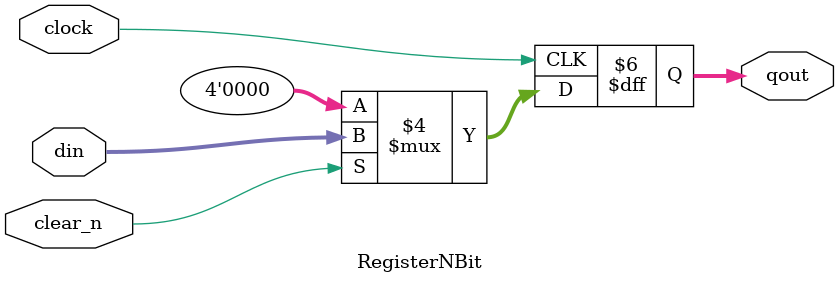
<source format=sv>
/*
 * One bit register (DFF).  On the rising edge of the `clock`
 * signal, the value of `d` is copied to `q` if `clear_n` is
 * high (inactive).  If `clear_n` is low (active), set the value
 * of `q` to 0.
 */
 
 module RegisterNBit #(
	parameter int N = 4
	
 )(
	input logic clock,
	input logic clear_n,
	input logic [N - 1:0] din, 
	output logic [N - 1:0] qout
	);
	
	
	always_ff @(posedge clock) begin
	//If clear_n is 0, set bit to zero. 
		if (!clear_n) begin
		
			qout <= 0;
			
		end else begin
		
			qout <= din;
			
		end
	end
endmodule

</source>
